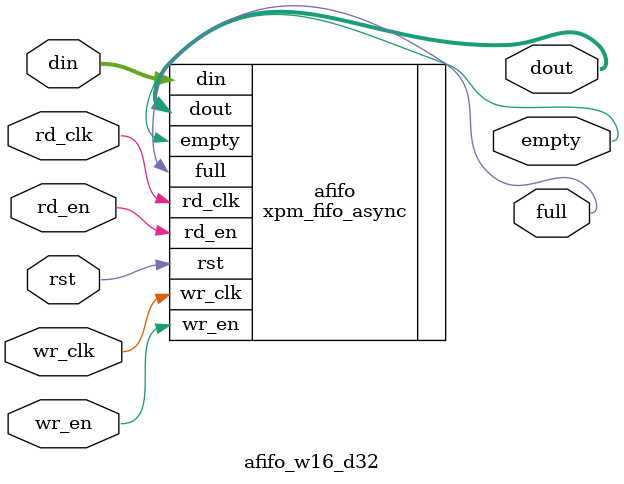
<source format=sv>
module afifo_w16_d32 (
    input  logic        rst,
    input  logic        wr_clk,
    input  logic        rd_clk,
    input  logic [15:0] din,
    input  logic        wr_en,
    input  logic        rd_en,
    output logic [15:0] dout,
    output logic        full,
    output logic        empty
);

xpm_fifo_async #(
    .FIFO_MEMORY_TYPE("auto"),
    .FIFO_WRITE_DEPTH(32),
    .WRITE_DATA_WIDTH(16),
    .READ_DATA_WIDTH(16),
    .READ_MODE("std"),
    .ECC_MODE("no_ecc")
) afifo (
    .rst(rst),
    .wr_clk(wr_clk),
    .rd_clk(rd_clk),
    .din(din),
    .wr_en(wr_en),
    .rd_en(rd_en),
    .dout(dout),
    .full(full),
    .empty(empty)
);

endmodule


</source>
